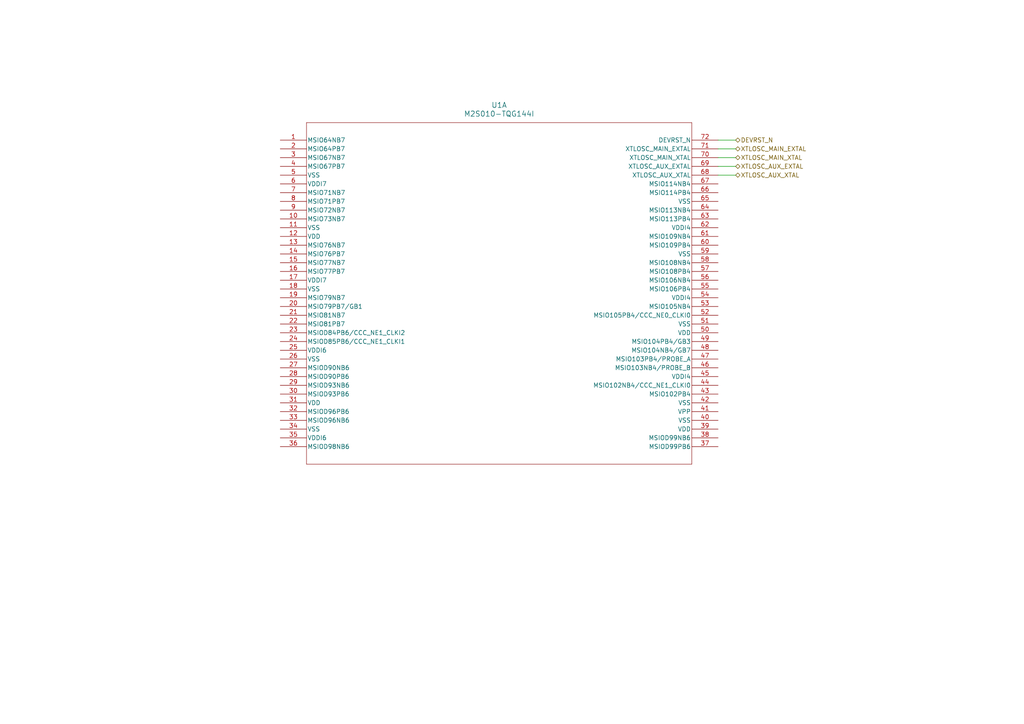
<source format=kicad_sch>
(kicad_sch (version 20231120) (generator "eeschema") (generator_version "8.0")
  (paper "A4")
  (title_block (title "FPGA - SmartFusion2") (date "2024/03/17") (rev "1.0") (company "IFSP - SBV, IFSP - GRU") (comment 2 "WILLIAN BUENO SANTOS") (comment 3 "ISRAEL RODRIGUES") (comment 4 "ADRIANO CÉSAR DE SOUSA PEREIRA"))
  (lib_symbols
    (symbol "M2S010-1TQG144A:M2S010-TQG144I" (pin_names (offset 0.254))
      (property "Reference" "U" (at 63.5 10.16 0))
      (property "Value" "M2S010-TQG144I" (at 63.5 7.62 0))
      (symbol "M2S010-TQG144I_1_1"
        (polyline (pts (xy 7.62 -93.98) (xy 119.38 -93.98)) (stroke (width 0.127)))
        (polyline (pts (xy 7.62 5.08) (xy 7.62 -93.98)) (stroke (width 0.127)))
        (polyline (pts (xy 119.38 -93.98) (xy 119.38 5.08)) (stroke (width 0.127)))
        (polyline (pts (xy 119.38 5.08) (xy 7.62 5.08)) (stroke (width 0.127)))
        (pin bidirectional line (at 0 0 0) (length 7.62) (name "MSIO64NB7") (number "1"))
        (pin bidirectional line (at 0 -22.86 0) (length 7.62) (name "MSIO73NB7") (number "10"))
        (pin power_out line (at 0 -25.4 0) (length 7.62) (name "VSS") (number "11"))
        (pin power_in line (at 0 -27.94 0) (length 7.62) (name "VDD") (number "12"))
        (pin bidirectional line (at 0 -30.48 0) (length 7.62) (name "MSIO76NB7") (number "13"))
        (pin bidirectional line (at 0 -33.02 0) (length 7.62) (name "MSIO76PB7") (number "14"))
        (pin bidirectional line (at 0 -35.56 0) (length 7.62) (name "MSIO77NB7") (number "15"))
        (pin bidirectional line (at 0 -38.1 0) (length 7.62) (name "MSIO77PB7") (number "16"))
        (pin power_in line (at 0 -40.64 0) (length 7.62) (name "VDDI7") (number "17"))
        (pin power_out line (at 0 -43.18 0) (length 7.62) (name "VSS") (number "18"))
        (pin bidirectional line (at 0 -45.72 0) (length 7.62) (name "MSIO79NB7") (number "19"))
        (pin bidirectional line (at 0 -2.54 0) (length 7.62) (name "MSIO64PB7") (number "2"))
        (pin bidirectional line (at 0 -48.26 0) (length 7.62) (name "MSIO79PB7/GB1") (number "20"))
        (pin bidirectional line (at 0 -50.8 0) (length 7.62) (name "MSIO81NB7") (number "21"))
        (pin bidirectional line (at 0 -53.34 0) (length 7.62) (name "MSIO81PB7") (number "22"))
        (pin bidirectional line (at 0 -55.88 0) (length 7.62) (name "MSIOD84PB6/CCC_NE1_CLKI2") (number "23"))
        (pin bidirectional line (at 0 -58.42 0) (length 7.62) (name "MSIOD85PB6/CCC_NE1_CLKI1") (number "24"))
        (pin power_in line (at 0 -60.96 0) (length 7.62) (name "VDDI6") (number "25"))
        (pin power_out line (at 0 -63.5 0) (length 7.62) (name "VSS") (number "26"))
        (pin bidirectional line (at 0 -66.04 0) (length 7.62) (name "MSIOD90NB6") (number "27"))
        (pin bidirectional line (at 0 -68.58 0) (length 7.62) (name "MSIOD90PB6") (number "28"))
        (pin bidirectional line (at 0 -71.12 0) (length 7.62) (name "MSIOD93NB6") (number "29"))
        (pin bidirectional line (at 0 -5.08 0) (length 7.62) (name "MSIO67NB7") (number "3"))
        (pin bidirectional line (at 0 -73.66 0) (length 7.62) (name "MSIOD93PB6") (number "30"))
        (pin power_in line (at 0 -76.2 0) (length 7.62) (name "VDD") (number "31"))
        (pin bidirectional line (at 0 -78.74 0) (length 7.62) (name "MSIOD96PB6") (number "32"))
        (pin bidirectional line (at 0 -81.28 0) (length 7.62) (name "MSIOD96NB6") (number "33"))
        (pin power_out line (at 0 -83.82 0) (length 7.62) (name "VSS") (number "34"))
        (pin power_in line (at 0 -86.36 0) (length 7.62) (name "VDDI6") (number "35"))
        (pin bidirectional line (at 0 -88.9 0) (length 7.62) (name "MSIOD98NB6") (number "36"))
        (pin bidirectional line (at 127 -88.9 180) (length 7.62) (name "MSIOD99PB6") (number "37"))
        (pin bidirectional line (at 127 -86.36 180) (length 7.62) (name "MSIOD99NB6") (number "38"))
        (pin power_in line (at 127 -83.82 180) (length 7.62) (name "VDD") (number "39"))
        (pin bidirectional line (at 0 -7.62 0) (length 7.62) (name "MSIO67PB7") (number "4"))
        (pin power_out line (at 127 -81.28 180) (length 7.62) (name "VSS") (number "40"))
        (pin power_in line (at 127 -78.74 180) (length 7.62) (name "VPP") (number "41"))
        (pin power_out line (at 127 -76.2 180) (length 7.62) (name "VSS") (number "42"))
        (pin bidirectional line (at 127 -73.66 180) (length 7.62) (name "MSIO102PB4") (number "43"))
        (pin bidirectional line (at 127 -71.12 180) (length 7.62) (name "MSIO102NB4/CCC_NE1_CLKI0") (number "44"))
        (pin power_in line (at 127 -68.58 180) (length 7.62) (name "VDDI4") (number "45"))
        (pin bidirectional line (at 127 -66.04 180) (length 7.62) (name "MSIO103NB4/PROBE_B") (number "46"))
        (pin bidirectional line (at 127 -63.5 180) (length 7.62) (name "MSIO103PB4/PROBE_A") (number "47"))
        (pin bidirectional line (at 127 -60.96 180) (length 7.62) (name "MSIO104NB4/GB7") (number "48"))
        (pin bidirectional line (at 127 -58.42 180) (length 7.62) (name "MSIO104PB4/GB3") (number "49"))
        (pin power_out line (at 0 -10.16 0) (length 7.62) (name "VSS") (number "5"))
        (pin power_in line (at 127 -55.88 180) (length 7.62) (name "VDD") (number "50"))
        (pin power_out line (at 127 -53.34 180) (length 7.62) (name "VSS") (number "51"))
        (pin bidirectional line (at 127 -50.8 180) (length 7.62) (name "MSIO105PB4/CCC_NE0_CLKI0") (number "52"))
        (pin bidirectional line (at 127 -48.26 180) (length 7.62) (name "MSIO105NB4") (number "53"))
        (pin power_in line (at 127 -45.72 180) (length 7.62) (name "VDDI4") (number "54"))
        (pin bidirectional line (at 127 -43.18 180) (length 7.62) (name "MSIO106PB4") (number "55"))
        (pin bidirectional line (at 127 -40.64 180) (length 7.62) (name "MSIO106NB4") (number "56"))
        (pin bidirectional line (at 127 -38.1 180) (length 7.62) (name "MSIO108PB4") (number "57"))
        (pin bidirectional line (at 127 -35.56 180) (length 7.62) (name "MSIO108NB4") (number "58"))
        (pin power_out line (at 127 -33.02 180) (length 7.62) (name "VSS") (number "59"))
        (pin power_in line (at 0 -12.7 0) (length 7.62) (name "VDDI7") (number "6"))
        (pin bidirectional line (at 127 -30.48 180) (length 7.62) (name "MSIO109PB4") (number "60"))
        (pin bidirectional line (at 127 -27.94 180) (length 7.62) (name "MSIO109NB4") (number "61"))
        (pin power_in line (at 127 -25.4 180) (length 7.62) (name "VDDI4") (number "62"))
        (pin bidirectional line (at 127 -22.86 180) (length 7.62) (name "MSIO113PB4") (number "63"))
        (pin bidirectional line (at 127 -20.32 180) (length 7.62) (name "MSIO113NB4") (number "64"))
        (pin power_out line (at 127 -17.78 180) (length 7.62) (name "VSS") (number "65"))
        (pin bidirectional line (at 127 -15.24 180) (length 7.62) (name "MSIO114PB4") (number "66"))
        (pin bidirectional line (at 127 -12.7 180) (length 7.62) (name "MSIO114NB4") (number "67"))
        (pin input line (at 127 -10.16 180) (length 7.62) (name "XTLOSC_AUX_XTAL") (number "68"))
        (pin input line (at 127 -7.62 180) (length 7.62) (name "XTLOSC_AUX_EXTAL") (number "69"))
        (pin bidirectional line (at 0 -15.24 0) (length 7.62) (name "MSIO71NB7") (number "7"))
        (pin input line (at 127 -5.08 180) (length 7.62) (name "XTLOSC_MAIN_XTAL") (number "70"))
        (pin input line (at 127 -2.54 180) (length 7.62) (name "XTLOSC_MAIN_EXTAL") (number "71"))
        (pin input line (at 127 0 180) (length 7.62) (name "DEVRST_N") (number "72"))
        (pin bidirectional line (at 0 -17.78 0) (length 7.62) (name "MSIO71PB7") (number "8"))
        (pin bidirectional line (at 0 -20.32 0) (length 7.62) (name "MSIO72NB7") (number "9"))
      )
      (symbol "M2S010-TQG144I_2_1"
        (polyline (pts (xy 7.62 -93.98) (xy 129.54 -93.98)) (stroke (width 0.127)))
        (polyline (pts (xy 7.62 5.08) (xy 7.62 -93.98)) (stroke (width 0.127)))
        (polyline (pts (xy 129.54 -93.98) (xy 129.54 5.08)) (stroke (width 0.127)))
        (polyline (pts (xy 129.54 5.08) (xy 7.62 5.08)) (stroke (width 0.127)))
        (pin bidirectional line (at 0 -68.58 0) (length 7.62) (name "MSIO12PB2/SPI_0_CLK") (number "100"))
        (pin bidirectional line (at 0 -71.12 0) (length 7.62) (name "MSIO12NB2/SPI_0_SDI/GPIO_5_A") (number "101"))
        (pin bidirectional line (at 0 -73.66 0) (length 7.62) (name "MSIO13PB2/SPI_0_SDO/GPIO_6_A") (number "102"))
        (pin bidirectional line (at 0 -76.2 0) (length 7.62) (name "MSIO13NB2/SPI_0_SS0/GPIO_7_A") (number "103"))
        (pin power_in line (at 0 -78.74 0) (length 7.62) (name "VPP") (number "104"))
        (pin power_in line (at 0 -81.28 0) (length 7.62) (name "VDD") (number "105"))
        (pin power_out line (at 0 -83.82 0) (length 7.62) (name "CCC_NE1_PLL_VSSA") (number "106"))
        (pin power_in line (at 0 -86.36 0) (length 7.62) (name "CCC_NE1_PLL_VDDA") (number "107"))
        (pin power_out line (at 0 -88.9 0) (length 7.62) (name "CCC_NE0_PLL_VSSA") (number "108"))
        (pin power_in line (at 137.16 -88.9 180) (length 7.62) (name "CCC_NE0_PLL_VDDA") (number "109"))
        (pin bidirectional line (at 137.16 -86.36 180) (length 7.62) (name "DDRIO29PB0") (number "110"))
        (pin bidirectional line (at 137.16 -83.82 180) (length 7.62) (name "DDRIO30PB0") (number "111"))
        (pin bidirectional line (at 137.16 -81.28 180) (length 7.62) (name "DDRIO30NB0") (number "112"))
        (pin power_out line (at 137.16 -78.74 180) (length 7.62) (name "VSS") (number "113"))
        (pin power_in line (at 137.16 -76.2 180) (length 7.62) (name "VDDI0") (number "114"))
        (pin bidirectional line (at 137.16 -73.66 180) (length 7.62) (name "DDRIO35NB0") (number "115"))
        (pin bidirectional line (at 137.16 -71.12 180) (length 7.62) (name "DDRIO35PB0") (number "116"))
        (pin bidirectional line (at 137.16 -68.58 180) (length 7.62) (name "DDRIO37NB0") (number "117"))
        (pin bidirectional line (at 137.16 -66.04 180) (length 7.62) (name "DDRIO37PB0") (number "118"))
        (pin power_out line (at 137.16 -63.5 180) (length 7.62) (name "VSS") (number "119"))
        (pin power_in line (at 137.16 -60.96 180) (length 7.62) (name "VREF0") (number "120"))
        (pin power_in line (at 137.16 -58.42 180) (length 7.62) (name "VDD") (number "121"))
        (pin bidirectional line (at 137.16 -55.88 180) (length 7.62) (name "DDRIO43NB0") (number "122"))
        (pin bidirectional line (at 137.16 -53.34 180) (length 7.62) (name "DDRIO43PB0") (number "123"))
        (pin bidirectional line (at 137.16 -50.8 180) (length 7.62) (name "DDRIO44NB0") (number "124"))
        (pin bidirectional line (at 137.16 -48.26 180) (length 7.62) (name "DDRIO44PB0") (number "125"))
        (pin power_out line (at 137.16 -45.72 180) (length 7.62) (name "VSS") (number "126"))
        (pin power_in line (at 137.16 -43.18 180) (length 7.62) (name "VDDI0") (number "127"))
        (pin bidirectional line (at 137.16 -40.64 180) (length 7.62) (name "DDRIO47NB0") (number "128"))
        (pin bidirectional line (at 137.16 -38.1 180) (length 7.62) (name "DDRIO47PB0") (number "129"))
        (pin bidirectional line (at 137.16 -35.56 180) (length 7.62) (name "DDRIO48NB0") (number "130"))
        (pin bidirectional line (at 137.16 -33.02 180) (length 7.62) (name "DDRIO48PB0") (number "131"))
        (pin power_out line (at 137.16 -30.48 180) (length 7.62) (name "VSS") (number "132"))
        (pin power_in line (at 137.16 -27.94 180) (length 7.62) (name "VDD") (number "133"))
        (pin bidirectional line (at 137.16 -25.4 180) (length 7.62) (name "DDRIO53NB0") (number "134"))
        (pin bidirectional line (at 137.16 -22.86 180) (length 7.62) (name "DDRIO53PB0") (number "135"))
        (pin bidirectional line (at 137.16 -20.32 180) (length 7.62) (name "DDRIO55NB0") (number "136"))
        (pin bidirectional line (at 137.16 -17.78 180) (length 7.62) (name "DDRIO55PB0/CCC_NE0_CLKI3") (number "137"))
        (pin power_in line (at 137.16 -15.24 180) (length 7.62) (name "VDDI0") (number "138"))
        (pin power_out line (at 137.16 -12.7 180) (length 7.62) (name "VSS") (number "139"))
        (pin no_connect line (at 137.16 -10.16 180) (length 7.62) (name "DNC") (number "140"))
        (pin bidirectional line (at 137.16 -7.62 180) (length 7.62) (name "DDRIO59NB0/GB4") (number "141"))
        (pin bidirectional line (at 137.16 -5.08 180) (length 7.62) (name "DDRIO60NB0/CCC_NE1_CLKI3") (number "142"))
        (pin bidirectional line (at 137.16 -2.54 180) (length 7.62) (name "DDRIO59PB0/GB0") (number "143"))
        (pin bidirectional line (at 137.16 0 180) (length 7.62) (name "DDRIO63PB0") (number "144"))
        (pin input line (at 0 0 0) (length 7.62) (name "JTAGSEL") (number "73"))
        (pin output line (at 0 -2.54 0) (length 7.62) (name "JTAG_TDO/M3_TDO/M3_SWO") (number "74"))
        (pin input line (at 0 -5.08 0) (length 7.62) (name "JTAG_TCK/M3_TCK") (number "75"))
        (pin input line (at 0 -7.62 0) (length 7.62) (name "JTAG_TRSTB/M3_TRSTB") (number "76"))
        (pin power_in line (at 0 -10.16 0) (length 7.62) (name "VDDI3") (number "77"))
        (pin input line (at 0 -12.7 0) (length 7.62) (name "JTAG_TMS/M3_TMS/M3_SWDIO") (number "78"))
        (pin input line (at 0 -15.24 0) (length 7.62) (name "JTAG_TDI/M3_TDI") (number "79"))
        (pin power_in line (at 0 -17.78 0) (length 7.62) (name "VPP") (number "80"))
        (pin bidirectional line (at 0 -20.32 0) (length 7.62) (name "MSIO0NB2/USB_DATA7_B") (number "81"))
        (pin bidirectional line (at 0 -22.86 0) (length 7.62) (name "MSIO1PB2/USB_XCLK_B") (number "82"))
        (pin bidirectional line (at 0 -25.4 0) (length 7.62) (name "MSIO1NB2/USB_DIR_B") (number "83"))
        (pin power_out line (at 0 -27.94 0) (length 7.62) (name "VSS") (number "84"))
        (pin bidirectional line (at 0 -30.48 0) (length 7.62) (name "MSIO2PB2/USB_STP_B") (number "85"))
        (pin power_in line (at 0 -33.02 0) (length 7.62) (name "VDDI2") (number "86"))
        (pin bidirectional line (at 0 -35.56 0) (length 7.62) (name "MSIO2NB2/USB_NXT_B") (number "87"))
        (pin bidirectional line (at 0 -38.1 0) (length 7.62) (name "MSIO3PB2/USB_DATA0_B") (number "88"))
        (pin bidirectional line (at 0 -40.64 0) (length 7.62) (name "MSIO4PB2/USB_DATA2_B") (number "89"))
        (pin bidirectional line (at 0 -43.18 0) (length 7.62) (name "MSIO3NB2/USB_DATA1_B") (number "90"))
        (pin bidirectional line (at 0 -45.72 0) (length 7.62) (name "MSIO4NB2/USB_DATA3_B") (number "91"))
        (pin bidirectional line (at 0 -48.26 0) (length 7.62) (name "MSIO5PB2/USB_DATA4_B") (number "92"))
        (pin bidirectional line (at 0 -50.8 0) (length 7.62) (name "MSIO5NB2/USB_DATA5_B") (number "93"))
        (pin bidirectional line (at 0 -53.34 0) (length 7.62) (name "MSIO6PB2/USB_DATA6_B") (number "94"))
        (pin power_in line (at 0 -55.88 0) (length 7.62) (name "VDD") (number "95"))
        (pin power_out line (at 0 -58.42 0) (length 7.62) (name "VSSNVM") (number "96"))
        (pin power_in line (at 0 -60.96 0) (length 7.62) (name "VPPNVM") (number "97"))
        (pin power_out line (at 0 -63.5 0) (length 7.62) (name "VSS") (number "98"))
        (pin power_in line (at 0 -66.04 0) (length 7.62) (name "VDDI2") (number "99"))
      )
    )
  )
  (wire (pts (xy 208.28 43.18) (xy 213.36 43.18)))
  (wire (pts (xy 208.28 48.26) (xy 213.36 48.26)))
  (wire (pts (xy 208.28 45.72) (xy 213.36 45.72)))
  (wire (pts (xy 208.28 50.8) (xy 213.36 50.8)))
  (wire (pts (xy 208.28 40.64) (xy 213.36 40.64)))
  (hierarchical_label "XTLOSC_AUX_XTAL" (shape bidirectional) (at 213.36 50.8 0))
  (hierarchical_label "XTLOSC_MAIN_EXTAL" (shape bidirectional) (at 213.36 43.18 0))
  (hierarchical_label "XTLOSC_MAIN_XTAL" (shape bidirectional) (at 213.36 45.72 0))
  (hierarchical_label "XTLOSC_AUX_EXTAL" (shape bidirectional) (at 213.36 48.26 0))
  (hierarchical_label "DEVRST_N" (shape bidirectional) (at 213.36 40.64 0))
  (symbol (lib_id "M2S010-1TQG144A:M2S010-TQG144I") (at 81.28 40.64 0) (unit 1)
    (property "Reference" "U1" (at 144.78 30.48 0) (effects (font (size 1.524 1.524))))
    (property "Value" "M2S010-TQG144I" (at 144.78 33.02 0) (effects (font (size 1.524 1.524))))
    (property "Footprint" "M2S010_TQG144IA:TQ144_MCH-L" (effects (hide yes)))
    (property "Datasheet" "M2S010-TQG144I" (effects (hide yes)))
  )
)
</source>
